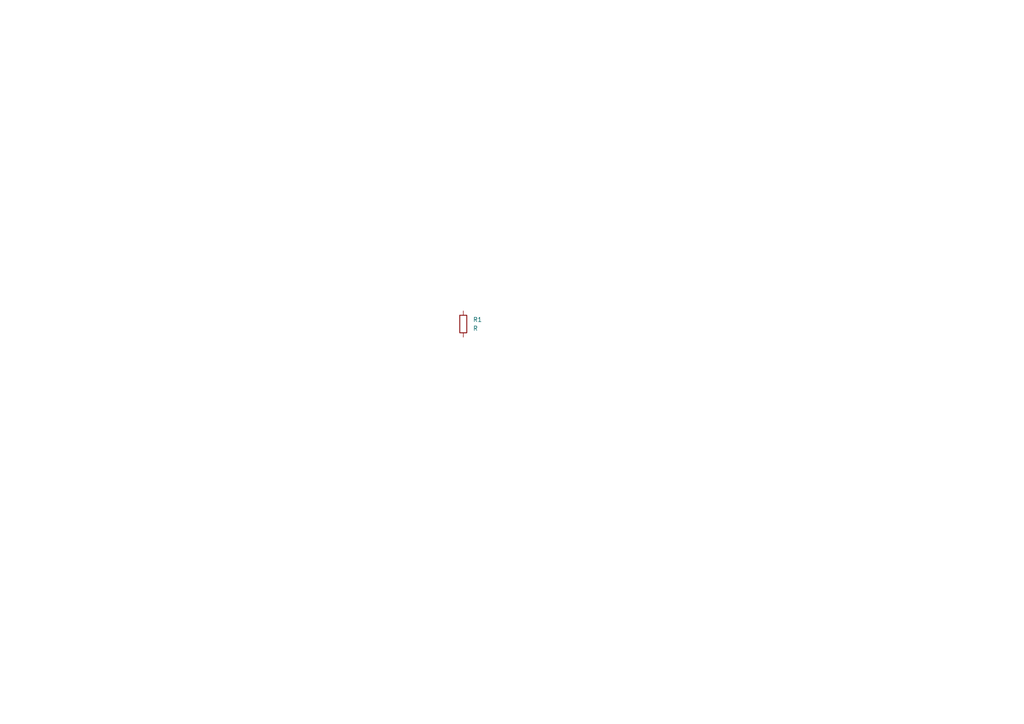
<source format=kicad_sch>
(kicad_sch (version 20231120) (generator "eeschema") (generator_version "8.0")
  (paper "A4")
  (lib_symbols
    (symbol "Device:R" (pin_numbers hide) (pin_names (offset 0))
      (property "Reference" "R" (at 2.032 0 90))
      (property "Value" "R" (at 0 0 90))
      (symbol "R_0_1"
        (rectangle (start -1.016 -2.54) (end 1.016 2.54) (stroke (width 0.254)))
      )
      (symbol "R_1_1"
        (pin passive line (at 0 3.81 270) (length 1.27) (name "~") (number "1"))
        (pin passive line (at 0 -3.81 90) (length 1.27) (name "~") (number "2"))
      )
    )
  )
  (symbol (lib_id "Device:R") (at 134.366 93.98 0) (unit 1)
    (property "Reference" "R1" (at 137.16 92.7099 0) (effects (justify left)))
    (property "Value" "R" (at 137.16 95.2499 0) (effects (justify left)))
    (property "Description" "Resistor" (effects (hide yes)))
  )
)
</source>
